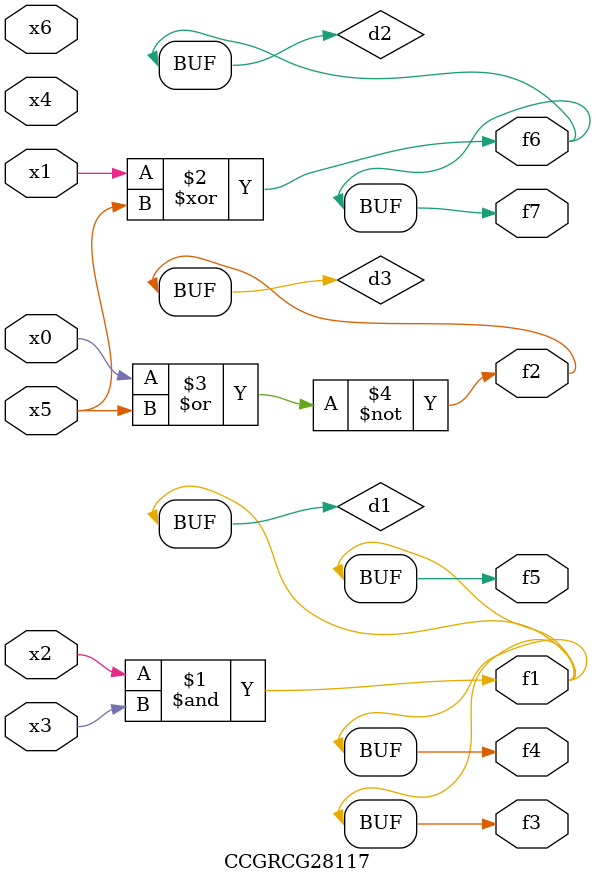
<source format=v>
module CCGRCG28117(
	input x0, x1, x2, x3, x4, x5, x6,
	output f1, f2, f3, f4, f5, f6, f7
);

	wire d1, d2, d3;

	and (d1, x2, x3);
	xor (d2, x1, x5);
	nor (d3, x0, x5);
	assign f1 = d1;
	assign f2 = d3;
	assign f3 = d1;
	assign f4 = d1;
	assign f5 = d1;
	assign f6 = d2;
	assign f7 = d2;
endmodule

</source>
